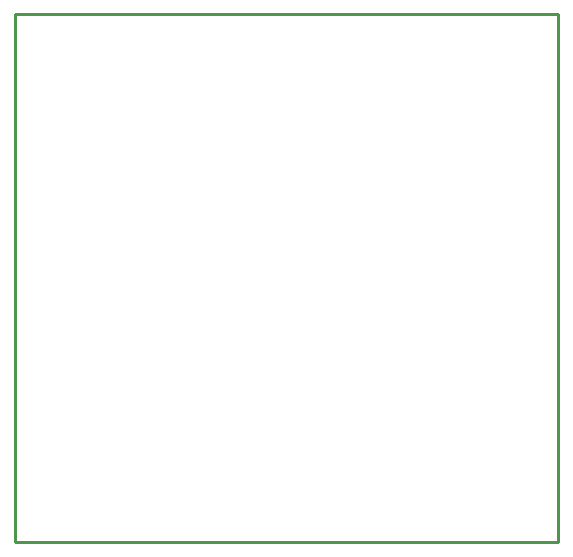
<source format=gko>
G04*
G04 #@! TF.GenerationSoftware,Altium Limited,Altium Designer,20.1.12 (249)*
G04*
G04 Layer_Color=65280*
%FSLAX24Y24*%
%MOIN*%
G70*
G04*
G04 #@! TF.SameCoordinates,050DA999-0CD7-4E53-A711-73BC827619AD*
G04*
G04*
G04 #@! TF.FilePolarity,Positive*
G04*
G01*
G75*
%ADD10C,0.0100*%
D10*
Y50D01*
Y0D02*
X18100D01*
Y17600D01*
X0D02*
X18100D01*
X0Y50D02*
Y17600D01*
M02*

</source>
